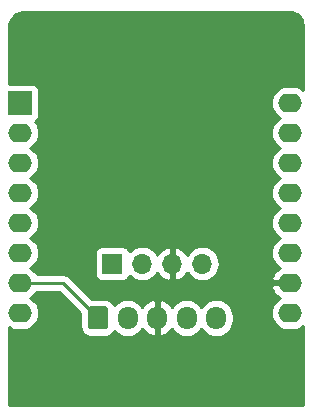
<source format=gbr>
G04 #@! TF.GenerationSoftware,KiCad,Pcbnew,(5.1.0-0)*
G04 #@! TF.CreationDate,2019-06-12T19:17:28-07:00*
G04 #@! TF.ProjectId,d1_mini_lite_sapflow_ti,64315f6d-696e-4695-9f6c-6974655f7361,rev?*
G04 #@! TF.SameCoordinates,Original*
G04 #@! TF.FileFunction,Copper,L2,Bot*
G04 #@! TF.FilePolarity,Positive*
%FSLAX46Y46*%
G04 Gerber Fmt 4.6, Leading zero omitted, Abs format (unit mm)*
G04 Created by KiCad (PCBNEW (5.1.0-0)) date 2019-06-12 19:17:28*
%MOMM*%
%LPD*%
G04 APERTURE LIST*
%ADD10O,2.000000X1.600000*%
%ADD11R,2.000000X2.000000*%
%ADD12C,0.100000*%
%ADD13C,1.700000*%
%ADD14O,1.700000X1.950000*%
%ADD15R,1.700000X1.700000*%
%ADD16O,1.700000X1.700000*%
%ADD17C,0.250000*%
%ADD18C,0.254000*%
G04 APERTURE END LIST*
D10*
X126000000Y-115540000D03*
D11*
X126000000Y-113000000D03*
D10*
X126000000Y-118080000D03*
X126000000Y-120620000D03*
X126000000Y-123160000D03*
X126000000Y-125700000D03*
X126000000Y-128240000D03*
X126000000Y-130780000D03*
X148860000Y-130780000D03*
X148860000Y-128240000D03*
X148860000Y-125700000D03*
X148860000Y-123160000D03*
X148860000Y-120620000D03*
X148860000Y-118080000D03*
X148860000Y-115540000D03*
X148860000Y-113000000D03*
D12*
G36*
X133224504Y-130226204D02*
G01*
X133248773Y-130229804D01*
X133272571Y-130235765D01*
X133295671Y-130244030D01*
X133317849Y-130254520D01*
X133338893Y-130267133D01*
X133358598Y-130281747D01*
X133376777Y-130298223D01*
X133393253Y-130316402D01*
X133407867Y-130336107D01*
X133420480Y-130357151D01*
X133430970Y-130379329D01*
X133439235Y-130402429D01*
X133445196Y-130426227D01*
X133448796Y-130450496D01*
X133450000Y-130475000D01*
X133450000Y-131925000D01*
X133448796Y-131949504D01*
X133445196Y-131973773D01*
X133439235Y-131997571D01*
X133430970Y-132020671D01*
X133420480Y-132042849D01*
X133407867Y-132063893D01*
X133393253Y-132083598D01*
X133376777Y-132101777D01*
X133358598Y-132118253D01*
X133338893Y-132132867D01*
X133317849Y-132145480D01*
X133295671Y-132155970D01*
X133272571Y-132164235D01*
X133248773Y-132170196D01*
X133224504Y-132173796D01*
X133200000Y-132175000D01*
X132000000Y-132175000D01*
X131975496Y-132173796D01*
X131951227Y-132170196D01*
X131927429Y-132164235D01*
X131904329Y-132155970D01*
X131882151Y-132145480D01*
X131861107Y-132132867D01*
X131841402Y-132118253D01*
X131823223Y-132101777D01*
X131806747Y-132083598D01*
X131792133Y-132063893D01*
X131779520Y-132042849D01*
X131769030Y-132020671D01*
X131760765Y-131997571D01*
X131754804Y-131973773D01*
X131751204Y-131949504D01*
X131750000Y-131925000D01*
X131750000Y-130475000D01*
X131751204Y-130450496D01*
X131754804Y-130426227D01*
X131760765Y-130402429D01*
X131769030Y-130379329D01*
X131779520Y-130357151D01*
X131792133Y-130336107D01*
X131806747Y-130316402D01*
X131823223Y-130298223D01*
X131841402Y-130281747D01*
X131861107Y-130267133D01*
X131882151Y-130254520D01*
X131904329Y-130244030D01*
X131927429Y-130235765D01*
X131951227Y-130229804D01*
X131975496Y-130226204D01*
X132000000Y-130225000D01*
X133200000Y-130225000D01*
X133224504Y-130226204D01*
X133224504Y-130226204D01*
G37*
D13*
X132600000Y-131200000D03*
D14*
X135100000Y-131200000D03*
X137600000Y-131200000D03*
X140100000Y-131200000D03*
X142600000Y-131200000D03*
D15*
X133800000Y-126600000D03*
D16*
X136340000Y-126600000D03*
X138880000Y-126600000D03*
X141420000Y-126600000D03*
D17*
X129640000Y-128240000D02*
X126000000Y-128240000D01*
X132600000Y-131200000D02*
X129640000Y-128240000D01*
D18*
G36*
X149020813Y-105284816D02*
G01*
X149233215Y-105348944D01*
X149429115Y-105453106D01*
X149601053Y-105593335D01*
X149742480Y-105764292D01*
X149848007Y-105959459D01*
X149913615Y-106171408D01*
X149940000Y-106422438D01*
X149940000Y-111865819D01*
X149861101Y-111801068D01*
X149611808Y-111667818D01*
X149341309Y-111585764D01*
X149130492Y-111565000D01*
X148589508Y-111565000D01*
X148378691Y-111585764D01*
X148108192Y-111667818D01*
X147858899Y-111801068D01*
X147640392Y-111980392D01*
X147461068Y-112198899D01*
X147327818Y-112448192D01*
X147245764Y-112718691D01*
X147218057Y-113000000D01*
X147245764Y-113281309D01*
X147327818Y-113551808D01*
X147461068Y-113801101D01*
X147640392Y-114019608D01*
X147858899Y-114198932D01*
X147991858Y-114270000D01*
X147858899Y-114341068D01*
X147640392Y-114520392D01*
X147461068Y-114738899D01*
X147327818Y-114988192D01*
X147245764Y-115258691D01*
X147218057Y-115540000D01*
X147245764Y-115821309D01*
X147327818Y-116091808D01*
X147461068Y-116341101D01*
X147640392Y-116559608D01*
X147858899Y-116738932D01*
X147991858Y-116810000D01*
X147858899Y-116881068D01*
X147640392Y-117060392D01*
X147461068Y-117278899D01*
X147327818Y-117528192D01*
X147245764Y-117798691D01*
X147218057Y-118080000D01*
X147245764Y-118361309D01*
X147327818Y-118631808D01*
X147461068Y-118881101D01*
X147640392Y-119099608D01*
X147858899Y-119278932D01*
X147991858Y-119350000D01*
X147858899Y-119421068D01*
X147640392Y-119600392D01*
X147461068Y-119818899D01*
X147327818Y-120068192D01*
X147245764Y-120338691D01*
X147218057Y-120620000D01*
X147245764Y-120901309D01*
X147327818Y-121171808D01*
X147461068Y-121421101D01*
X147640392Y-121639608D01*
X147858899Y-121818932D01*
X147991858Y-121890000D01*
X147858899Y-121961068D01*
X147640392Y-122140392D01*
X147461068Y-122358899D01*
X147327818Y-122608192D01*
X147245764Y-122878691D01*
X147218057Y-123160000D01*
X147245764Y-123441309D01*
X147327818Y-123711808D01*
X147461068Y-123961101D01*
X147640392Y-124179608D01*
X147858899Y-124358932D01*
X147991858Y-124430000D01*
X147858899Y-124501068D01*
X147640392Y-124680392D01*
X147461068Y-124898899D01*
X147327818Y-125148192D01*
X147245764Y-125418691D01*
X147218057Y-125700000D01*
X147245764Y-125981309D01*
X147327818Y-126251808D01*
X147461068Y-126501101D01*
X147640392Y-126719608D01*
X147858899Y-126898932D01*
X147988345Y-126968122D01*
X147970773Y-126975570D01*
X147737338Y-127134327D01*
X147539361Y-127335575D01*
X147384449Y-127571579D01*
X147278556Y-127833270D01*
X147268096Y-127890961D01*
X147390085Y-128113000D01*
X148733000Y-128113000D01*
X148733000Y-128093000D01*
X148987000Y-128093000D01*
X148987000Y-128113000D01*
X149007000Y-128113000D01*
X149007000Y-128367000D01*
X148987000Y-128367000D01*
X148987000Y-128387000D01*
X148733000Y-128387000D01*
X148733000Y-128367000D01*
X147390085Y-128367000D01*
X147268096Y-128589039D01*
X147278556Y-128646730D01*
X147384449Y-128908421D01*
X147539361Y-129144425D01*
X147737338Y-129345673D01*
X147970773Y-129504430D01*
X147988345Y-129511878D01*
X147858899Y-129581068D01*
X147640392Y-129760392D01*
X147461068Y-129978899D01*
X147327818Y-130228192D01*
X147245764Y-130498691D01*
X147218057Y-130780000D01*
X147245764Y-131061309D01*
X147327818Y-131331808D01*
X147461068Y-131581101D01*
X147640392Y-131799608D01*
X147858899Y-131978932D01*
X148108192Y-132112182D01*
X148378691Y-132194236D01*
X148589508Y-132215000D01*
X149130492Y-132215000D01*
X149341309Y-132194236D01*
X149611808Y-132112182D01*
X149861101Y-131978932D01*
X149940001Y-131914181D01*
X149940001Y-138540000D01*
X125060000Y-138540000D01*
X125060000Y-132011591D01*
X125248192Y-132112182D01*
X125518691Y-132194236D01*
X125729508Y-132215000D01*
X126270492Y-132215000D01*
X126481309Y-132194236D01*
X126751808Y-132112182D01*
X127001101Y-131978932D01*
X127219608Y-131799608D01*
X127398932Y-131581101D01*
X127532182Y-131331808D01*
X127614236Y-131061309D01*
X127641943Y-130780000D01*
X127614236Y-130498691D01*
X127532182Y-130228192D01*
X127398932Y-129978899D01*
X127219608Y-129760392D01*
X127001101Y-129581068D01*
X126868142Y-129510000D01*
X127001101Y-129438932D01*
X127219608Y-129259608D01*
X127398932Y-129041101D01*
X127420901Y-129000000D01*
X129325199Y-129000000D01*
X131111928Y-130786730D01*
X131111928Y-131925000D01*
X131128992Y-132098254D01*
X131179528Y-132264850D01*
X131261595Y-132418386D01*
X131372038Y-132552962D01*
X131506614Y-132663405D01*
X131660150Y-132745472D01*
X131826746Y-132796008D01*
X132000000Y-132813072D01*
X133200000Y-132813072D01*
X133373254Y-132796008D01*
X133539850Y-132745472D01*
X133693386Y-132663405D01*
X133827962Y-132552962D01*
X133938405Y-132418386D01*
X133992777Y-132316663D01*
X134044866Y-132380134D01*
X134270987Y-132565706D01*
X134528967Y-132703599D01*
X134808890Y-132788513D01*
X135100000Y-132817185D01*
X135391111Y-132788513D01*
X135671034Y-132703599D01*
X135929014Y-132565706D01*
X136155134Y-132380134D01*
X136340706Y-132154014D01*
X136354462Y-132128278D01*
X136510951Y-132334429D01*
X136728807Y-132527496D01*
X136980142Y-132674352D01*
X137243110Y-132766476D01*
X137473000Y-132645155D01*
X137473000Y-131327000D01*
X137453000Y-131327000D01*
X137453000Y-131073000D01*
X137473000Y-131073000D01*
X137473000Y-129754845D01*
X137727000Y-129754845D01*
X137727000Y-131073000D01*
X137747000Y-131073000D01*
X137747000Y-131327000D01*
X137727000Y-131327000D01*
X137727000Y-132645155D01*
X137956890Y-132766476D01*
X138219858Y-132674352D01*
X138471193Y-132527496D01*
X138689049Y-132334429D01*
X138845538Y-132128278D01*
X138859294Y-132154014D01*
X139044866Y-132380134D01*
X139270987Y-132565706D01*
X139528967Y-132703599D01*
X139808890Y-132788513D01*
X140100000Y-132817185D01*
X140391111Y-132788513D01*
X140671034Y-132703599D01*
X140929014Y-132565706D01*
X141155134Y-132380134D01*
X141340706Y-132154014D01*
X141350000Y-132136626D01*
X141359294Y-132154014D01*
X141544866Y-132380134D01*
X141770987Y-132565706D01*
X142028967Y-132703599D01*
X142308890Y-132788513D01*
X142600000Y-132817185D01*
X142891111Y-132788513D01*
X143171034Y-132703599D01*
X143429014Y-132565706D01*
X143655134Y-132380134D01*
X143840706Y-132154014D01*
X143978599Y-131896033D01*
X144063513Y-131616110D01*
X144085000Y-131397949D01*
X144085000Y-131002050D01*
X144063513Y-130783889D01*
X143978599Y-130503966D01*
X143840706Y-130245986D01*
X143655134Y-130019866D01*
X143429013Y-129834294D01*
X143171033Y-129696401D01*
X142891110Y-129611487D01*
X142600000Y-129582815D01*
X142308889Y-129611487D01*
X142028966Y-129696401D01*
X141770986Y-129834294D01*
X141544866Y-130019866D01*
X141359294Y-130245987D01*
X141350000Y-130263374D01*
X141340706Y-130245986D01*
X141155134Y-130019866D01*
X140929013Y-129834294D01*
X140671033Y-129696401D01*
X140391110Y-129611487D01*
X140100000Y-129582815D01*
X139808889Y-129611487D01*
X139528966Y-129696401D01*
X139270986Y-129834294D01*
X139044866Y-130019866D01*
X138859294Y-130245987D01*
X138845538Y-130271722D01*
X138689049Y-130065571D01*
X138471193Y-129872504D01*
X138219858Y-129725648D01*
X137956890Y-129633524D01*
X137727000Y-129754845D01*
X137473000Y-129754845D01*
X137243110Y-129633524D01*
X136980142Y-129725648D01*
X136728807Y-129872504D01*
X136510951Y-130065571D01*
X136354462Y-130271722D01*
X136340706Y-130245986D01*
X136155134Y-130019866D01*
X135929013Y-129834294D01*
X135671033Y-129696401D01*
X135391110Y-129611487D01*
X135100000Y-129582815D01*
X134808889Y-129611487D01*
X134528966Y-129696401D01*
X134270986Y-129834294D01*
X134044866Y-130019866D01*
X133992777Y-130083337D01*
X133938405Y-129981614D01*
X133827962Y-129847038D01*
X133693386Y-129736595D01*
X133539850Y-129654528D01*
X133373254Y-129603992D01*
X133200000Y-129586928D01*
X132061730Y-129586928D01*
X130203804Y-127729003D01*
X130180001Y-127699999D01*
X130064276Y-127605026D01*
X129932247Y-127534454D01*
X129788986Y-127490997D01*
X129677333Y-127480000D01*
X129677322Y-127480000D01*
X129640000Y-127476324D01*
X129602678Y-127480000D01*
X127420901Y-127480000D01*
X127398932Y-127438899D01*
X127219608Y-127220392D01*
X127001101Y-127041068D01*
X126868142Y-126970000D01*
X127001101Y-126898932D01*
X127219608Y-126719608D01*
X127398932Y-126501101D01*
X127532182Y-126251808D01*
X127614236Y-125981309D01*
X127637018Y-125750000D01*
X132311928Y-125750000D01*
X132311928Y-127450000D01*
X132324188Y-127574482D01*
X132360498Y-127694180D01*
X132419463Y-127804494D01*
X132498815Y-127901185D01*
X132595506Y-127980537D01*
X132705820Y-128039502D01*
X132825518Y-128075812D01*
X132950000Y-128088072D01*
X134650000Y-128088072D01*
X134774482Y-128075812D01*
X134894180Y-128039502D01*
X135004494Y-127980537D01*
X135101185Y-127901185D01*
X135180537Y-127804494D01*
X135239502Y-127694180D01*
X135260393Y-127625313D01*
X135284866Y-127655134D01*
X135510986Y-127840706D01*
X135768966Y-127978599D01*
X136048889Y-128063513D01*
X136267050Y-128085000D01*
X136412950Y-128085000D01*
X136631111Y-128063513D01*
X136911034Y-127978599D01*
X137169014Y-127840706D01*
X137395134Y-127655134D01*
X137580706Y-127429014D01*
X137615201Y-127364477D01*
X137684822Y-127481355D01*
X137879731Y-127697588D01*
X138113080Y-127871641D01*
X138375901Y-127996825D01*
X138523110Y-128041476D01*
X138753000Y-127920155D01*
X138753000Y-126727000D01*
X138733000Y-126727000D01*
X138733000Y-126473000D01*
X138753000Y-126473000D01*
X138753000Y-125279845D01*
X139007000Y-125279845D01*
X139007000Y-126473000D01*
X139027000Y-126473000D01*
X139027000Y-126727000D01*
X139007000Y-126727000D01*
X139007000Y-127920155D01*
X139236890Y-128041476D01*
X139384099Y-127996825D01*
X139646920Y-127871641D01*
X139880269Y-127697588D01*
X140075178Y-127481355D01*
X140144799Y-127364477D01*
X140179294Y-127429014D01*
X140364866Y-127655134D01*
X140590986Y-127840706D01*
X140848966Y-127978599D01*
X141128889Y-128063513D01*
X141347050Y-128085000D01*
X141492950Y-128085000D01*
X141711111Y-128063513D01*
X141991034Y-127978599D01*
X142249014Y-127840706D01*
X142475134Y-127655134D01*
X142660706Y-127429014D01*
X142798599Y-127171034D01*
X142883513Y-126891111D01*
X142912185Y-126600000D01*
X142883513Y-126308889D01*
X142798599Y-126028966D01*
X142660706Y-125770986D01*
X142475134Y-125544866D01*
X142249014Y-125359294D01*
X141991034Y-125221401D01*
X141711111Y-125136487D01*
X141492950Y-125115000D01*
X141347050Y-125115000D01*
X141128889Y-125136487D01*
X140848966Y-125221401D01*
X140590986Y-125359294D01*
X140364866Y-125544866D01*
X140179294Y-125770986D01*
X140144799Y-125835523D01*
X140075178Y-125718645D01*
X139880269Y-125502412D01*
X139646920Y-125328359D01*
X139384099Y-125203175D01*
X139236890Y-125158524D01*
X139007000Y-125279845D01*
X138753000Y-125279845D01*
X138523110Y-125158524D01*
X138375901Y-125203175D01*
X138113080Y-125328359D01*
X137879731Y-125502412D01*
X137684822Y-125718645D01*
X137615201Y-125835523D01*
X137580706Y-125770986D01*
X137395134Y-125544866D01*
X137169014Y-125359294D01*
X136911034Y-125221401D01*
X136631111Y-125136487D01*
X136412950Y-125115000D01*
X136267050Y-125115000D01*
X136048889Y-125136487D01*
X135768966Y-125221401D01*
X135510986Y-125359294D01*
X135284866Y-125544866D01*
X135260393Y-125574687D01*
X135239502Y-125505820D01*
X135180537Y-125395506D01*
X135101185Y-125298815D01*
X135004494Y-125219463D01*
X134894180Y-125160498D01*
X134774482Y-125124188D01*
X134650000Y-125111928D01*
X132950000Y-125111928D01*
X132825518Y-125124188D01*
X132705820Y-125160498D01*
X132595506Y-125219463D01*
X132498815Y-125298815D01*
X132419463Y-125395506D01*
X132360498Y-125505820D01*
X132324188Y-125625518D01*
X132311928Y-125750000D01*
X127637018Y-125750000D01*
X127641943Y-125700000D01*
X127614236Y-125418691D01*
X127532182Y-125148192D01*
X127398932Y-124898899D01*
X127219608Y-124680392D01*
X127001101Y-124501068D01*
X126868142Y-124430000D01*
X127001101Y-124358932D01*
X127219608Y-124179608D01*
X127398932Y-123961101D01*
X127532182Y-123711808D01*
X127614236Y-123441309D01*
X127641943Y-123160000D01*
X127614236Y-122878691D01*
X127532182Y-122608192D01*
X127398932Y-122358899D01*
X127219608Y-122140392D01*
X127001101Y-121961068D01*
X126868142Y-121890000D01*
X127001101Y-121818932D01*
X127219608Y-121639608D01*
X127398932Y-121421101D01*
X127532182Y-121171808D01*
X127614236Y-120901309D01*
X127641943Y-120620000D01*
X127614236Y-120338691D01*
X127532182Y-120068192D01*
X127398932Y-119818899D01*
X127219608Y-119600392D01*
X127001101Y-119421068D01*
X126868142Y-119350000D01*
X127001101Y-119278932D01*
X127219608Y-119099608D01*
X127398932Y-118881101D01*
X127532182Y-118631808D01*
X127614236Y-118361309D01*
X127641943Y-118080000D01*
X127614236Y-117798691D01*
X127532182Y-117528192D01*
X127398932Y-117278899D01*
X127219608Y-117060392D01*
X127001101Y-116881068D01*
X126868142Y-116810000D01*
X127001101Y-116738932D01*
X127219608Y-116559608D01*
X127398932Y-116341101D01*
X127532182Y-116091808D01*
X127614236Y-115821309D01*
X127641943Y-115540000D01*
X127614236Y-115258691D01*
X127532182Y-114988192D01*
X127398932Y-114738899D01*
X127266524Y-114577559D01*
X127354494Y-114530537D01*
X127451185Y-114451185D01*
X127530537Y-114354494D01*
X127589502Y-114244180D01*
X127625812Y-114124482D01*
X127638072Y-114000000D01*
X127638072Y-112000000D01*
X127625812Y-111875518D01*
X127589502Y-111755820D01*
X127530537Y-111645506D01*
X127451185Y-111548815D01*
X127354494Y-111469463D01*
X127244180Y-111410498D01*
X127124482Y-111374188D01*
X127000000Y-111361928D01*
X125060000Y-111361928D01*
X125060000Y-106632279D01*
X125088625Y-106340341D01*
X125164035Y-106090571D01*
X125286522Y-105860208D01*
X125451422Y-105658020D01*
X125652450Y-105491714D01*
X125881954Y-105367622D01*
X126131195Y-105290469D01*
X126421088Y-105260000D01*
X148767721Y-105260000D01*
X149020813Y-105284816D01*
X149020813Y-105284816D01*
G37*
X149020813Y-105284816D02*
X149233215Y-105348944D01*
X149429115Y-105453106D01*
X149601053Y-105593335D01*
X149742480Y-105764292D01*
X149848007Y-105959459D01*
X149913615Y-106171408D01*
X149940000Y-106422438D01*
X149940000Y-111865819D01*
X149861101Y-111801068D01*
X149611808Y-111667818D01*
X149341309Y-111585764D01*
X149130492Y-111565000D01*
X148589508Y-111565000D01*
X148378691Y-111585764D01*
X148108192Y-111667818D01*
X147858899Y-111801068D01*
X147640392Y-111980392D01*
X147461068Y-112198899D01*
X147327818Y-112448192D01*
X147245764Y-112718691D01*
X147218057Y-113000000D01*
X147245764Y-113281309D01*
X147327818Y-113551808D01*
X147461068Y-113801101D01*
X147640392Y-114019608D01*
X147858899Y-114198932D01*
X147991858Y-114270000D01*
X147858899Y-114341068D01*
X147640392Y-114520392D01*
X147461068Y-114738899D01*
X147327818Y-114988192D01*
X147245764Y-115258691D01*
X147218057Y-115540000D01*
X147245764Y-115821309D01*
X147327818Y-116091808D01*
X147461068Y-116341101D01*
X147640392Y-116559608D01*
X147858899Y-116738932D01*
X147991858Y-116810000D01*
X147858899Y-116881068D01*
X147640392Y-117060392D01*
X147461068Y-117278899D01*
X147327818Y-117528192D01*
X147245764Y-117798691D01*
X147218057Y-118080000D01*
X147245764Y-118361309D01*
X147327818Y-118631808D01*
X147461068Y-118881101D01*
X147640392Y-119099608D01*
X147858899Y-119278932D01*
X147991858Y-119350000D01*
X147858899Y-119421068D01*
X147640392Y-119600392D01*
X147461068Y-119818899D01*
X147327818Y-120068192D01*
X147245764Y-120338691D01*
X147218057Y-120620000D01*
X147245764Y-120901309D01*
X147327818Y-121171808D01*
X147461068Y-121421101D01*
X147640392Y-121639608D01*
X147858899Y-121818932D01*
X147991858Y-121890000D01*
X147858899Y-121961068D01*
X147640392Y-122140392D01*
X147461068Y-122358899D01*
X147327818Y-122608192D01*
X147245764Y-122878691D01*
X147218057Y-123160000D01*
X147245764Y-123441309D01*
X147327818Y-123711808D01*
X147461068Y-123961101D01*
X147640392Y-124179608D01*
X147858899Y-124358932D01*
X147991858Y-124430000D01*
X147858899Y-124501068D01*
X147640392Y-124680392D01*
X147461068Y-124898899D01*
X147327818Y-125148192D01*
X147245764Y-125418691D01*
X147218057Y-125700000D01*
X147245764Y-125981309D01*
X147327818Y-126251808D01*
X147461068Y-126501101D01*
X147640392Y-126719608D01*
X147858899Y-126898932D01*
X147988345Y-126968122D01*
X147970773Y-126975570D01*
X147737338Y-127134327D01*
X147539361Y-127335575D01*
X147384449Y-127571579D01*
X147278556Y-127833270D01*
X147268096Y-127890961D01*
X147390085Y-128113000D01*
X148733000Y-128113000D01*
X148733000Y-128093000D01*
X148987000Y-128093000D01*
X148987000Y-128113000D01*
X149007000Y-128113000D01*
X149007000Y-128367000D01*
X148987000Y-128367000D01*
X148987000Y-128387000D01*
X148733000Y-128387000D01*
X148733000Y-128367000D01*
X147390085Y-128367000D01*
X147268096Y-128589039D01*
X147278556Y-128646730D01*
X147384449Y-128908421D01*
X147539361Y-129144425D01*
X147737338Y-129345673D01*
X147970773Y-129504430D01*
X147988345Y-129511878D01*
X147858899Y-129581068D01*
X147640392Y-129760392D01*
X147461068Y-129978899D01*
X147327818Y-130228192D01*
X147245764Y-130498691D01*
X147218057Y-130780000D01*
X147245764Y-131061309D01*
X147327818Y-131331808D01*
X147461068Y-131581101D01*
X147640392Y-131799608D01*
X147858899Y-131978932D01*
X148108192Y-132112182D01*
X148378691Y-132194236D01*
X148589508Y-132215000D01*
X149130492Y-132215000D01*
X149341309Y-132194236D01*
X149611808Y-132112182D01*
X149861101Y-131978932D01*
X149940001Y-131914181D01*
X149940001Y-138540000D01*
X125060000Y-138540000D01*
X125060000Y-132011591D01*
X125248192Y-132112182D01*
X125518691Y-132194236D01*
X125729508Y-132215000D01*
X126270492Y-132215000D01*
X126481309Y-132194236D01*
X126751808Y-132112182D01*
X127001101Y-131978932D01*
X127219608Y-131799608D01*
X127398932Y-131581101D01*
X127532182Y-131331808D01*
X127614236Y-131061309D01*
X127641943Y-130780000D01*
X127614236Y-130498691D01*
X127532182Y-130228192D01*
X127398932Y-129978899D01*
X127219608Y-129760392D01*
X127001101Y-129581068D01*
X126868142Y-129510000D01*
X127001101Y-129438932D01*
X127219608Y-129259608D01*
X127398932Y-129041101D01*
X127420901Y-129000000D01*
X129325199Y-129000000D01*
X131111928Y-130786730D01*
X131111928Y-131925000D01*
X131128992Y-132098254D01*
X131179528Y-132264850D01*
X131261595Y-132418386D01*
X131372038Y-132552962D01*
X131506614Y-132663405D01*
X131660150Y-132745472D01*
X131826746Y-132796008D01*
X132000000Y-132813072D01*
X133200000Y-132813072D01*
X133373254Y-132796008D01*
X133539850Y-132745472D01*
X133693386Y-132663405D01*
X133827962Y-132552962D01*
X133938405Y-132418386D01*
X133992777Y-132316663D01*
X134044866Y-132380134D01*
X134270987Y-132565706D01*
X134528967Y-132703599D01*
X134808890Y-132788513D01*
X135100000Y-132817185D01*
X135391111Y-132788513D01*
X135671034Y-132703599D01*
X135929014Y-132565706D01*
X136155134Y-132380134D01*
X136340706Y-132154014D01*
X136354462Y-132128278D01*
X136510951Y-132334429D01*
X136728807Y-132527496D01*
X136980142Y-132674352D01*
X137243110Y-132766476D01*
X137473000Y-132645155D01*
X137473000Y-131327000D01*
X137453000Y-131327000D01*
X137453000Y-131073000D01*
X137473000Y-131073000D01*
X137473000Y-129754845D01*
X137727000Y-129754845D01*
X137727000Y-131073000D01*
X137747000Y-131073000D01*
X137747000Y-131327000D01*
X137727000Y-131327000D01*
X137727000Y-132645155D01*
X137956890Y-132766476D01*
X138219858Y-132674352D01*
X138471193Y-132527496D01*
X138689049Y-132334429D01*
X138845538Y-132128278D01*
X138859294Y-132154014D01*
X139044866Y-132380134D01*
X139270987Y-132565706D01*
X139528967Y-132703599D01*
X139808890Y-132788513D01*
X140100000Y-132817185D01*
X140391111Y-132788513D01*
X140671034Y-132703599D01*
X140929014Y-132565706D01*
X141155134Y-132380134D01*
X141340706Y-132154014D01*
X141350000Y-132136626D01*
X141359294Y-132154014D01*
X141544866Y-132380134D01*
X141770987Y-132565706D01*
X142028967Y-132703599D01*
X142308890Y-132788513D01*
X142600000Y-132817185D01*
X142891111Y-132788513D01*
X143171034Y-132703599D01*
X143429014Y-132565706D01*
X143655134Y-132380134D01*
X143840706Y-132154014D01*
X143978599Y-131896033D01*
X144063513Y-131616110D01*
X144085000Y-131397949D01*
X144085000Y-131002050D01*
X144063513Y-130783889D01*
X143978599Y-130503966D01*
X143840706Y-130245986D01*
X143655134Y-130019866D01*
X143429013Y-129834294D01*
X143171033Y-129696401D01*
X142891110Y-129611487D01*
X142600000Y-129582815D01*
X142308889Y-129611487D01*
X142028966Y-129696401D01*
X141770986Y-129834294D01*
X141544866Y-130019866D01*
X141359294Y-130245987D01*
X141350000Y-130263374D01*
X141340706Y-130245986D01*
X141155134Y-130019866D01*
X140929013Y-129834294D01*
X140671033Y-129696401D01*
X140391110Y-129611487D01*
X140100000Y-129582815D01*
X139808889Y-129611487D01*
X139528966Y-129696401D01*
X139270986Y-129834294D01*
X139044866Y-130019866D01*
X138859294Y-130245987D01*
X138845538Y-130271722D01*
X138689049Y-130065571D01*
X138471193Y-129872504D01*
X138219858Y-129725648D01*
X137956890Y-129633524D01*
X137727000Y-129754845D01*
X137473000Y-129754845D01*
X137243110Y-129633524D01*
X136980142Y-129725648D01*
X136728807Y-129872504D01*
X136510951Y-130065571D01*
X136354462Y-130271722D01*
X136340706Y-130245986D01*
X136155134Y-130019866D01*
X135929013Y-129834294D01*
X135671033Y-129696401D01*
X135391110Y-129611487D01*
X135100000Y-129582815D01*
X134808889Y-129611487D01*
X134528966Y-129696401D01*
X134270986Y-129834294D01*
X134044866Y-130019866D01*
X133992777Y-130083337D01*
X133938405Y-129981614D01*
X133827962Y-129847038D01*
X133693386Y-129736595D01*
X133539850Y-129654528D01*
X133373254Y-129603992D01*
X133200000Y-129586928D01*
X132061730Y-129586928D01*
X130203804Y-127729003D01*
X130180001Y-127699999D01*
X130064276Y-127605026D01*
X129932247Y-127534454D01*
X129788986Y-127490997D01*
X129677333Y-127480000D01*
X129677322Y-127480000D01*
X129640000Y-127476324D01*
X129602678Y-127480000D01*
X127420901Y-127480000D01*
X127398932Y-127438899D01*
X127219608Y-127220392D01*
X127001101Y-127041068D01*
X126868142Y-126970000D01*
X127001101Y-126898932D01*
X127219608Y-126719608D01*
X127398932Y-126501101D01*
X127532182Y-126251808D01*
X127614236Y-125981309D01*
X127637018Y-125750000D01*
X132311928Y-125750000D01*
X132311928Y-127450000D01*
X132324188Y-127574482D01*
X132360498Y-127694180D01*
X132419463Y-127804494D01*
X132498815Y-127901185D01*
X132595506Y-127980537D01*
X132705820Y-128039502D01*
X132825518Y-128075812D01*
X132950000Y-128088072D01*
X134650000Y-128088072D01*
X134774482Y-128075812D01*
X134894180Y-128039502D01*
X135004494Y-127980537D01*
X135101185Y-127901185D01*
X135180537Y-127804494D01*
X135239502Y-127694180D01*
X135260393Y-127625313D01*
X135284866Y-127655134D01*
X135510986Y-127840706D01*
X135768966Y-127978599D01*
X136048889Y-128063513D01*
X136267050Y-128085000D01*
X136412950Y-128085000D01*
X136631111Y-128063513D01*
X136911034Y-127978599D01*
X137169014Y-127840706D01*
X137395134Y-127655134D01*
X137580706Y-127429014D01*
X137615201Y-127364477D01*
X137684822Y-127481355D01*
X137879731Y-127697588D01*
X138113080Y-127871641D01*
X138375901Y-127996825D01*
X138523110Y-128041476D01*
X138753000Y-127920155D01*
X138753000Y-126727000D01*
X138733000Y-126727000D01*
X138733000Y-126473000D01*
X138753000Y-126473000D01*
X138753000Y-125279845D01*
X139007000Y-125279845D01*
X139007000Y-126473000D01*
X139027000Y-126473000D01*
X139027000Y-126727000D01*
X139007000Y-126727000D01*
X139007000Y-127920155D01*
X139236890Y-128041476D01*
X139384099Y-127996825D01*
X139646920Y-127871641D01*
X139880269Y-127697588D01*
X140075178Y-127481355D01*
X140144799Y-127364477D01*
X140179294Y-127429014D01*
X140364866Y-127655134D01*
X140590986Y-127840706D01*
X140848966Y-127978599D01*
X141128889Y-128063513D01*
X141347050Y-128085000D01*
X141492950Y-128085000D01*
X141711111Y-128063513D01*
X141991034Y-127978599D01*
X142249014Y-127840706D01*
X142475134Y-127655134D01*
X142660706Y-127429014D01*
X142798599Y-127171034D01*
X142883513Y-126891111D01*
X142912185Y-126600000D01*
X142883513Y-126308889D01*
X142798599Y-126028966D01*
X142660706Y-125770986D01*
X142475134Y-125544866D01*
X142249014Y-125359294D01*
X141991034Y-125221401D01*
X141711111Y-125136487D01*
X141492950Y-125115000D01*
X141347050Y-125115000D01*
X141128889Y-125136487D01*
X140848966Y-125221401D01*
X140590986Y-125359294D01*
X140364866Y-125544866D01*
X140179294Y-125770986D01*
X140144799Y-125835523D01*
X140075178Y-125718645D01*
X139880269Y-125502412D01*
X139646920Y-125328359D01*
X139384099Y-125203175D01*
X139236890Y-125158524D01*
X139007000Y-125279845D01*
X138753000Y-125279845D01*
X138523110Y-125158524D01*
X138375901Y-125203175D01*
X138113080Y-125328359D01*
X137879731Y-125502412D01*
X137684822Y-125718645D01*
X137615201Y-125835523D01*
X137580706Y-125770986D01*
X137395134Y-125544866D01*
X137169014Y-125359294D01*
X136911034Y-125221401D01*
X136631111Y-125136487D01*
X136412950Y-125115000D01*
X136267050Y-125115000D01*
X136048889Y-125136487D01*
X135768966Y-125221401D01*
X135510986Y-125359294D01*
X135284866Y-125544866D01*
X135260393Y-125574687D01*
X135239502Y-125505820D01*
X135180537Y-125395506D01*
X135101185Y-125298815D01*
X135004494Y-125219463D01*
X134894180Y-125160498D01*
X134774482Y-125124188D01*
X134650000Y-125111928D01*
X132950000Y-125111928D01*
X132825518Y-125124188D01*
X132705820Y-125160498D01*
X132595506Y-125219463D01*
X132498815Y-125298815D01*
X132419463Y-125395506D01*
X132360498Y-125505820D01*
X132324188Y-125625518D01*
X132311928Y-125750000D01*
X127637018Y-125750000D01*
X127641943Y-125700000D01*
X127614236Y-125418691D01*
X127532182Y-125148192D01*
X127398932Y-124898899D01*
X127219608Y-124680392D01*
X127001101Y-124501068D01*
X126868142Y-124430000D01*
X127001101Y-124358932D01*
X127219608Y-124179608D01*
X127398932Y-123961101D01*
X127532182Y-123711808D01*
X127614236Y-123441309D01*
X127641943Y-123160000D01*
X127614236Y-122878691D01*
X127532182Y-122608192D01*
X127398932Y-122358899D01*
X127219608Y-122140392D01*
X127001101Y-121961068D01*
X126868142Y-121890000D01*
X127001101Y-121818932D01*
X127219608Y-121639608D01*
X127398932Y-121421101D01*
X127532182Y-121171808D01*
X127614236Y-120901309D01*
X127641943Y-120620000D01*
X127614236Y-120338691D01*
X127532182Y-120068192D01*
X127398932Y-119818899D01*
X127219608Y-119600392D01*
X127001101Y-119421068D01*
X126868142Y-119350000D01*
X127001101Y-119278932D01*
X127219608Y-119099608D01*
X127398932Y-118881101D01*
X127532182Y-118631808D01*
X127614236Y-118361309D01*
X127641943Y-118080000D01*
X127614236Y-117798691D01*
X127532182Y-117528192D01*
X127398932Y-117278899D01*
X127219608Y-117060392D01*
X127001101Y-116881068D01*
X126868142Y-116810000D01*
X127001101Y-116738932D01*
X127219608Y-116559608D01*
X127398932Y-116341101D01*
X127532182Y-116091808D01*
X127614236Y-115821309D01*
X127641943Y-115540000D01*
X127614236Y-115258691D01*
X127532182Y-114988192D01*
X127398932Y-114738899D01*
X127266524Y-114577559D01*
X127354494Y-114530537D01*
X127451185Y-114451185D01*
X127530537Y-114354494D01*
X127589502Y-114244180D01*
X127625812Y-114124482D01*
X127638072Y-114000000D01*
X127638072Y-112000000D01*
X127625812Y-111875518D01*
X127589502Y-111755820D01*
X127530537Y-111645506D01*
X127451185Y-111548815D01*
X127354494Y-111469463D01*
X127244180Y-111410498D01*
X127124482Y-111374188D01*
X127000000Y-111361928D01*
X125060000Y-111361928D01*
X125060000Y-106632279D01*
X125088625Y-106340341D01*
X125164035Y-106090571D01*
X125286522Y-105860208D01*
X125451422Y-105658020D01*
X125652450Y-105491714D01*
X125881954Y-105367622D01*
X126131195Y-105290469D01*
X126421088Y-105260000D01*
X148767721Y-105260000D01*
X149020813Y-105284816D01*
M02*

</source>
